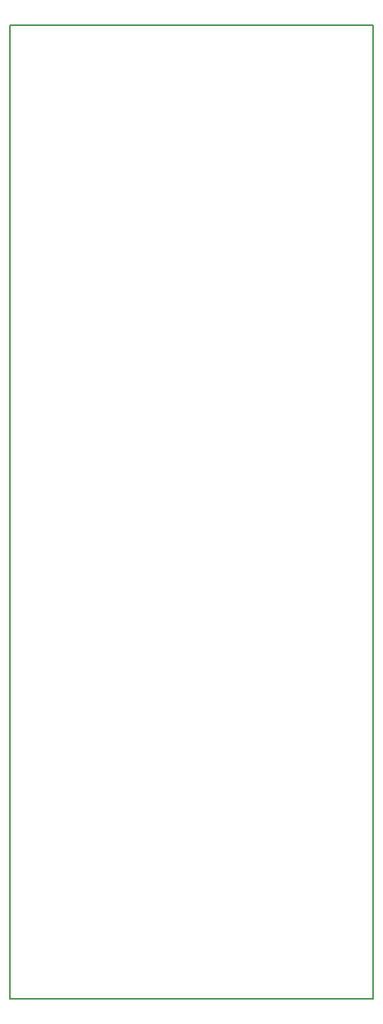
<source format=gbr>
%TF.GenerationSoftware,KiCad,Pcbnew,8.0.5*%
%TF.CreationDate,2024-10-13T12:49:13-04:00*%
%TF.ProjectId,2024.10.10 Bing Bong Drum Module CONTROL,32303234-2e31-4302-9e31-302042696e67,rev?*%
%TF.SameCoordinates,Original*%
%TF.FileFunction,Profile,NP*%
%FSLAX46Y46*%
G04 Gerber Fmt 4.6, Leading zero omitted, Abs format (unit mm)*
G04 Created by KiCad (PCBNEW 8.0.5) date 2024-10-13 12:49:13*
%MOMM*%
%LPD*%
G01*
G04 APERTURE LIST*
%TA.AperFunction,Profile*%
%ADD10C,0.200000*%
%TD*%
G04 APERTURE END LIST*
D10*
X120947000Y-45670000D02*
X161247000Y-45670000D01*
X161247000Y-153670000D01*
X120947000Y-153670000D01*
X120947000Y-45670000D01*
M02*

</source>
